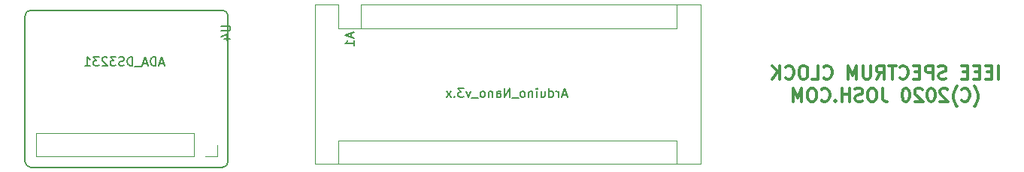
<source format=gbr>
G04 #@! TF.GenerationSoftware,KiCad,Pcbnew,(5.1.5)-3*
G04 #@! TF.CreationDate,2020-01-29T01:23:58-05:00*
G04 #@! TF.ProjectId,IEEE-Clock-Charlie,49454545-2d43-46c6-9f63-6b2d43686172,rev?*
G04 #@! TF.SameCoordinates,Original*
G04 #@! TF.FileFunction,Legend,Bot*
G04 #@! TF.FilePolarity,Positive*
%FSLAX46Y46*%
G04 Gerber Fmt 4.6, Leading zero omitted, Abs format (unit mm)*
G04 Created by KiCad (PCBNEW (5.1.5)-3) date 2020-01-29 01:23:58*
%MOMM*%
%LPD*%
G04 APERTURE LIST*
%ADD10C,0.300000*%
%ADD11C,0.150000*%
%ADD12C,0.120000*%
G04 APERTURE END LIST*
D10*
X216513571Y-101003571D02*
X216513571Y-99503571D01*
X215799285Y-100217857D02*
X215299285Y-100217857D01*
X215085000Y-101003571D02*
X215799285Y-101003571D01*
X215799285Y-99503571D01*
X215085000Y-99503571D01*
X214442142Y-100217857D02*
X213942142Y-100217857D01*
X213727857Y-101003571D02*
X214442142Y-101003571D01*
X214442142Y-99503571D01*
X213727857Y-99503571D01*
X213085000Y-100217857D02*
X212585000Y-100217857D01*
X212370714Y-101003571D02*
X213085000Y-101003571D01*
X213085000Y-99503571D01*
X212370714Y-99503571D01*
X210656428Y-100932142D02*
X210442142Y-101003571D01*
X210085000Y-101003571D01*
X209942142Y-100932142D01*
X209870714Y-100860714D01*
X209799285Y-100717857D01*
X209799285Y-100575000D01*
X209870714Y-100432142D01*
X209942142Y-100360714D01*
X210085000Y-100289285D01*
X210370714Y-100217857D01*
X210513571Y-100146428D01*
X210585000Y-100075000D01*
X210656428Y-99932142D01*
X210656428Y-99789285D01*
X210585000Y-99646428D01*
X210513571Y-99575000D01*
X210370714Y-99503571D01*
X210013571Y-99503571D01*
X209799285Y-99575000D01*
X209156428Y-101003571D02*
X209156428Y-99503571D01*
X208585000Y-99503571D01*
X208442142Y-99575000D01*
X208370714Y-99646428D01*
X208299285Y-99789285D01*
X208299285Y-100003571D01*
X208370714Y-100146428D01*
X208442142Y-100217857D01*
X208585000Y-100289285D01*
X209156428Y-100289285D01*
X207656428Y-100217857D02*
X207156428Y-100217857D01*
X206942142Y-101003571D02*
X207656428Y-101003571D01*
X207656428Y-99503571D01*
X206942142Y-99503571D01*
X205442142Y-100860714D02*
X205513571Y-100932142D01*
X205727857Y-101003571D01*
X205870714Y-101003571D01*
X206085000Y-100932142D01*
X206227857Y-100789285D01*
X206299285Y-100646428D01*
X206370714Y-100360714D01*
X206370714Y-100146428D01*
X206299285Y-99860714D01*
X206227857Y-99717857D01*
X206085000Y-99575000D01*
X205870714Y-99503571D01*
X205727857Y-99503571D01*
X205513571Y-99575000D01*
X205442142Y-99646428D01*
X205013571Y-99503571D02*
X204156428Y-99503571D01*
X204585000Y-101003571D02*
X204585000Y-99503571D01*
X202799285Y-101003571D02*
X203299285Y-100289285D01*
X203656428Y-101003571D02*
X203656428Y-99503571D01*
X203085000Y-99503571D01*
X202942142Y-99575000D01*
X202870714Y-99646428D01*
X202799285Y-99789285D01*
X202799285Y-100003571D01*
X202870714Y-100146428D01*
X202942142Y-100217857D01*
X203085000Y-100289285D01*
X203656428Y-100289285D01*
X202156428Y-99503571D02*
X202156428Y-100717857D01*
X202085000Y-100860714D01*
X202013571Y-100932142D01*
X201870714Y-101003571D01*
X201585000Y-101003571D01*
X201442142Y-100932142D01*
X201370714Y-100860714D01*
X201299285Y-100717857D01*
X201299285Y-99503571D01*
X200585000Y-101003571D02*
X200585000Y-99503571D01*
X200085000Y-100575000D01*
X199585000Y-99503571D01*
X199585000Y-101003571D01*
X196870714Y-100860714D02*
X196942142Y-100932142D01*
X197156428Y-101003571D01*
X197299285Y-101003571D01*
X197513571Y-100932142D01*
X197656428Y-100789285D01*
X197727857Y-100646428D01*
X197799285Y-100360714D01*
X197799285Y-100146428D01*
X197727857Y-99860714D01*
X197656428Y-99717857D01*
X197513571Y-99575000D01*
X197299285Y-99503571D01*
X197156428Y-99503571D01*
X196942142Y-99575000D01*
X196870714Y-99646428D01*
X195513571Y-101003571D02*
X196227857Y-101003571D01*
X196227857Y-99503571D01*
X194727857Y-99503571D02*
X194442142Y-99503571D01*
X194299285Y-99575000D01*
X194156428Y-99717857D01*
X194085000Y-100003571D01*
X194085000Y-100503571D01*
X194156428Y-100789285D01*
X194299285Y-100932142D01*
X194442142Y-101003571D01*
X194727857Y-101003571D01*
X194870714Y-100932142D01*
X195013571Y-100789285D01*
X195085000Y-100503571D01*
X195085000Y-100003571D01*
X195013571Y-99717857D01*
X194870714Y-99575000D01*
X194727857Y-99503571D01*
X192585000Y-100860714D02*
X192656428Y-100932142D01*
X192870714Y-101003571D01*
X193013571Y-101003571D01*
X193227857Y-100932142D01*
X193370714Y-100789285D01*
X193442142Y-100646428D01*
X193513571Y-100360714D01*
X193513571Y-100146428D01*
X193442142Y-99860714D01*
X193370714Y-99717857D01*
X193227857Y-99575000D01*
X193013571Y-99503571D01*
X192870714Y-99503571D01*
X192656428Y-99575000D01*
X192585000Y-99646428D01*
X191942142Y-101003571D02*
X191942142Y-99503571D01*
X191085000Y-101003571D02*
X191727857Y-100146428D01*
X191085000Y-99503571D02*
X191942142Y-100360714D01*
X213835000Y-104125000D02*
X213906428Y-104053571D01*
X214049285Y-103839285D01*
X214120714Y-103696428D01*
X214192142Y-103482142D01*
X214263571Y-103125000D01*
X214263571Y-102839285D01*
X214192142Y-102482142D01*
X214120714Y-102267857D01*
X214049285Y-102125000D01*
X213906428Y-101910714D01*
X213835000Y-101839285D01*
X212406428Y-103410714D02*
X212477857Y-103482142D01*
X212692142Y-103553571D01*
X212835000Y-103553571D01*
X213049285Y-103482142D01*
X213192142Y-103339285D01*
X213263571Y-103196428D01*
X213335000Y-102910714D01*
X213335000Y-102696428D01*
X213263571Y-102410714D01*
X213192142Y-102267857D01*
X213049285Y-102125000D01*
X212835000Y-102053571D01*
X212692142Y-102053571D01*
X212477857Y-102125000D01*
X212406428Y-102196428D01*
X211906428Y-104125000D02*
X211835000Y-104053571D01*
X211692142Y-103839285D01*
X211620714Y-103696428D01*
X211549285Y-103482142D01*
X211477857Y-103125000D01*
X211477857Y-102839285D01*
X211549285Y-102482142D01*
X211620714Y-102267857D01*
X211692142Y-102125000D01*
X211835000Y-101910714D01*
X211906428Y-101839285D01*
X210835000Y-102196428D02*
X210763571Y-102125000D01*
X210620714Y-102053571D01*
X210263571Y-102053571D01*
X210120714Y-102125000D01*
X210049285Y-102196428D01*
X209977857Y-102339285D01*
X209977857Y-102482142D01*
X210049285Y-102696428D01*
X210906428Y-103553571D01*
X209977857Y-103553571D01*
X209049285Y-102053571D02*
X208906428Y-102053571D01*
X208763571Y-102125000D01*
X208692142Y-102196428D01*
X208620714Y-102339285D01*
X208549285Y-102625000D01*
X208549285Y-102982142D01*
X208620714Y-103267857D01*
X208692142Y-103410714D01*
X208763571Y-103482142D01*
X208906428Y-103553571D01*
X209049285Y-103553571D01*
X209192142Y-103482142D01*
X209263571Y-103410714D01*
X209335000Y-103267857D01*
X209406428Y-102982142D01*
X209406428Y-102625000D01*
X209335000Y-102339285D01*
X209263571Y-102196428D01*
X209192142Y-102125000D01*
X209049285Y-102053571D01*
X207977857Y-102196428D02*
X207906428Y-102125000D01*
X207763571Y-102053571D01*
X207406428Y-102053571D01*
X207263571Y-102125000D01*
X207192142Y-102196428D01*
X207120714Y-102339285D01*
X207120714Y-102482142D01*
X207192142Y-102696428D01*
X208049285Y-103553571D01*
X207120714Y-103553571D01*
X206192142Y-102053571D02*
X206049285Y-102053571D01*
X205906428Y-102125000D01*
X205835000Y-102196428D01*
X205763571Y-102339285D01*
X205692142Y-102625000D01*
X205692142Y-102982142D01*
X205763571Y-103267857D01*
X205835000Y-103410714D01*
X205906428Y-103482142D01*
X206049285Y-103553571D01*
X206192142Y-103553571D01*
X206335000Y-103482142D01*
X206406428Y-103410714D01*
X206477857Y-103267857D01*
X206549285Y-102982142D01*
X206549285Y-102625000D01*
X206477857Y-102339285D01*
X206406428Y-102196428D01*
X206335000Y-102125000D01*
X206192142Y-102053571D01*
X203477857Y-102053571D02*
X203477857Y-103125000D01*
X203549285Y-103339285D01*
X203692142Y-103482142D01*
X203906428Y-103553571D01*
X204049285Y-103553571D01*
X202477857Y-102053571D02*
X202192142Y-102053571D01*
X202049285Y-102125000D01*
X201906428Y-102267857D01*
X201835000Y-102553571D01*
X201835000Y-103053571D01*
X201906428Y-103339285D01*
X202049285Y-103482142D01*
X202192142Y-103553571D01*
X202477857Y-103553571D01*
X202620714Y-103482142D01*
X202763571Y-103339285D01*
X202835000Y-103053571D01*
X202835000Y-102553571D01*
X202763571Y-102267857D01*
X202620714Y-102125000D01*
X202477857Y-102053571D01*
X201263571Y-103482142D02*
X201049285Y-103553571D01*
X200692142Y-103553571D01*
X200549285Y-103482142D01*
X200477857Y-103410714D01*
X200406428Y-103267857D01*
X200406428Y-103125000D01*
X200477857Y-102982142D01*
X200549285Y-102910714D01*
X200692142Y-102839285D01*
X200977857Y-102767857D01*
X201120714Y-102696428D01*
X201192142Y-102625000D01*
X201263571Y-102482142D01*
X201263571Y-102339285D01*
X201192142Y-102196428D01*
X201120714Y-102125000D01*
X200977857Y-102053571D01*
X200620714Y-102053571D01*
X200406428Y-102125000D01*
X199763571Y-103553571D02*
X199763571Y-102053571D01*
X199763571Y-102767857D02*
X198906428Y-102767857D01*
X198906428Y-103553571D02*
X198906428Y-102053571D01*
X198192142Y-103410714D02*
X198120714Y-103482142D01*
X198192142Y-103553571D01*
X198263571Y-103482142D01*
X198192142Y-103410714D01*
X198192142Y-103553571D01*
X196620714Y-103410714D02*
X196692142Y-103482142D01*
X196906428Y-103553571D01*
X197049285Y-103553571D01*
X197263571Y-103482142D01*
X197406428Y-103339285D01*
X197477857Y-103196428D01*
X197549285Y-102910714D01*
X197549285Y-102696428D01*
X197477857Y-102410714D01*
X197406428Y-102267857D01*
X197263571Y-102125000D01*
X197049285Y-102053571D01*
X196906428Y-102053571D01*
X196692142Y-102125000D01*
X196620714Y-102196428D01*
X195692142Y-102053571D02*
X195406428Y-102053571D01*
X195263571Y-102125000D01*
X195120714Y-102267857D01*
X195049285Y-102553571D01*
X195049285Y-103053571D01*
X195120714Y-103339285D01*
X195263571Y-103482142D01*
X195406428Y-103553571D01*
X195692142Y-103553571D01*
X195835000Y-103482142D01*
X195977857Y-103339285D01*
X196049285Y-103053571D01*
X196049285Y-102553571D01*
X195977857Y-102267857D01*
X195835000Y-102125000D01*
X195692142Y-102053571D01*
X194406428Y-103553571D02*
X194406428Y-102053571D01*
X193906428Y-103125000D01*
X193406428Y-102053571D01*
X193406428Y-103553571D01*
D11*
X106934000Y-110363000D02*
G75*
G03X107569000Y-110998000I635000J0D01*
G01*
X129159000Y-110998000D02*
G75*
G03X129794000Y-110363000I0J635000D01*
G01*
X107569000Y-93218000D02*
G75*
G03X106934000Y-93853000I0J-635000D01*
G01*
X129794000Y-93853000D02*
G75*
G03X129159000Y-93218000I-635000J0D01*
G01*
X107569000Y-93218000D02*
X129159000Y-93218000D01*
X106934000Y-110363000D02*
X106934000Y-93853000D01*
X129159000Y-110998000D02*
X107569000Y-110998000D01*
X129794000Y-93853000D02*
X129794000Y-110363000D01*
D12*
X128584000Y-109788000D02*
X128584000Y-108458000D01*
X127254000Y-109788000D02*
X128584000Y-109788000D01*
X125984000Y-109788000D02*
X125984000Y-107128000D01*
X125984000Y-107128000D02*
X108144000Y-107128000D01*
X125984000Y-109788000D02*
X108144000Y-109788000D01*
X108144000Y-109788000D02*
X108144000Y-107128000D01*
X139570000Y-110620000D02*
X139570000Y-92580000D01*
X183010000Y-110620000D02*
X139570000Y-110620000D01*
X183010000Y-92580000D02*
X183010000Y-110620000D01*
X180340000Y-95250000D02*
X180340000Y-92580000D01*
X144780000Y-95250000D02*
X180340000Y-95250000D01*
X144780000Y-95250000D02*
X144780000Y-92580000D01*
X180340000Y-107950000D02*
X180340000Y-110620000D01*
X142240000Y-107950000D02*
X180340000Y-107950000D01*
X142240000Y-107950000D02*
X142240000Y-110620000D01*
X139570000Y-92580000D02*
X142240000Y-92580000D01*
X144780000Y-92580000D02*
X183010000Y-92580000D01*
X142240000Y-95250000D02*
X142240000Y-92580000D01*
X144780000Y-95250000D02*
X142240000Y-95250000D01*
D11*
X129036380Y-94996095D02*
X129845904Y-94996095D01*
X129941142Y-95043714D01*
X129988761Y-95091333D01*
X130036380Y-95186571D01*
X130036380Y-95377047D01*
X129988761Y-95472285D01*
X129941142Y-95519904D01*
X129845904Y-95567523D01*
X129036380Y-95567523D01*
X129369714Y-96472285D02*
X130036380Y-96472285D01*
X128988761Y-96234190D02*
X129703047Y-95996095D01*
X129703047Y-96615142D01*
X122538571Y-99226666D02*
X122062380Y-99226666D01*
X122633809Y-99512380D02*
X122300476Y-98512380D01*
X121967142Y-99512380D01*
X121633809Y-99512380D02*
X121633809Y-98512380D01*
X121395714Y-98512380D01*
X121252857Y-98560000D01*
X121157619Y-98655238D01*
X121110000Y-98750476D01*
X121062380Y-98940952D01*
X121062380Y-99083809D01*
X121110000Y-99274285D01*
X121157619Y-99369523D01*
X121252857Y-99464761D01*
X121395714Y-99512380D01*
X121633809Y-99512380D01*
X120681428Y-99226666D02*
X120205238Y-99226666D01*
X120776666Y-99512380D02*
X120443333Y-98512380D01*
X120110000Y-99512380D01*
X120014761Y-99607619D02*
X119252857Y-99607619D01*
X119014761Y-99512380D02*
X119014761Y-98512380D01*
X118776666Y-98512380D01*
X118633809Y-98560000D01*
X118538571Y-98655238D01*
X118490952Y-98750476D01*
X118443333Y-98940952D01*
X118443333Y-99083809D01*
X118490952Y-99274285D01*
X118538571Y-99369523D01*
X118633809Y-99464761D01*
X118776666Y-99512380D01*
X119014761Y-99512380D01*
X118062380Y-99464761D02*
X117919523Y-99512380D01*
X117681428Y-99512380D01*
X117586190Y-99464761D01*
X117538571Y-99417142D01*
X117490952Y-99321904D01*
X117490952Y-99226666D01*
X117538571Y-99131428D01*
X117586190Y-99083809D01*
X117681428Y-99036190D01*
X117871904Y-98988571D01*
X117967142Y-98940952D01*
X118014761Y-98893333D01*
X118062380Y-98798095D01*
X118062380Y-98702857D01*
X118014761Y-98607619D01*
X117967142Y-98560000D01*
X117871904Y-98512380D01*
X117633809Y-98512380D01*
X117490952Y-98560000D01*
X117157619Y-98512380D02*
X116538571Y-98512380D01*
X116871904Y-98893333D01*
X116729047Y-98893333D01*
X116633809Y-98940952D01*
X116586190Y-98988571D01*
X116538571Y-99083809D01*
X116538571Y-99321904D01*
X116586190Y-99417142D01*
X116633809Y-99464761D01*
X116729047Y-99512380D01*
X117014761Y-99512380D01*
X117110000Y-99464761D01*
X117157619Y-99417142D01*
X116157619Y-98607619D02*
X116110000Y-98560000D01*
X116014761Y-98512380D01*
X115776666Y-98512380D01*
X115681428Y-98560000D01*
X115633809Y-98607619D01*
X115586190Y-98702857D01*
X115586190Y-98798095D01*
X115633809Y-98940952D01*
X116205238Y-99512380D01*
X115586190Y-99512380D01*
X115252857Y-98512380D02*
X114633809Y-98512380D01*
X114967142Y-98893333D01*
X114824285Y-98893333D01*
X114729047Y-98940952D01*
X114681428Y-98988571D01*
X114633809Y-99083809D01*
X114633809Y-99321904D01*
X114681428Y-99417142D01*
X114729047Y-99464761D01*
X114824285Y-99512380D01*
X115110000Y-99512380D01*
X115205238Y-99464761D01*
X115252857Y-99417142D01*
X113681428Y-99512380D02*
X114252857Y-99512380D01*
X113967142Y-99512380D02*
X113967142Y-98512380D01*
X114062380Y-98655238D01*
X114157619Y-98750476D01*
X114252857Y-98798095D01*
X143676666Y-95805714D02*
X143676666Y-96281904D01*
X143962380Y-95710476D02*
X142962380Y-96043809D01*
X143962380Y-96377142D01*
X143962380Y-97234285D02*
X143962380Y-96662857D01*
X143962380Y-96948571D02*
X142962380Y-96948571D01*
X143105238Y-96853333D01*
X143200476Y-96758095D01*
X143248095Y-96662857D01*
X167901095Y-102782666D02*
X167424904Y-102782666D01*
X167996333Y-103068380D02*
X167663000Y-102068380D01*
X167329666Y-103068380D01*
X166996333Y-103068380D02*
X166996333Y-102401714D01*
X166996333Y-102592190D02*
X166948714Y-102496952D01*
X166901095Y-102449333D01*
X166805857Y-102401714D01*
X166710619Y-102401714D01*
X165948714Y-103068380D02*
X165948714Y-102068380D01*
X165948714Y-103020761D02*
X166043952Y-103068380D01*
X166234428Y-103068380D01*
X166329666Y-103020761D01*
X166377285Y-102973142D01*
X166424904Y-102877904D01*
X166424904Y-102592190D01*
X166377285Y-102496952D01*
X166329666Y-102449333D01*
X166234428Y-102401714D01*
X166043952Y-102401714D01*
X165948714Y-102449333D01*
X165043952Y-102401714D02*
X165043952Y-103068380D01*
X165472523Y-102401714D02*
X165472523Y-102925523D01*
X165424904Y-103020761D01*
X165329666Y-103068380D01*
X165186809Y-103068380D01*
X165091571Y-103020761D01*
X165043952Y-102973142D01*
X164567761Y-103068380D02*
X164567761Y-102401714D01*
X164567761Y-102068380D02*
X164615380Y-102116000D01*
X164567761Y-102163619D01*
X164520142Y-102116000D01*
X164567761Y-102068380D01*
X164567761Y-102163619D01*
X164091571Y-102401714D02*
X164091571Y-103068380D01*
X164091571Y-102496952D02*
X164043952Y-102449333D01*
X163948714Y-102401714D01*
X163805857Y-102401714D01*
X163710619Y-102449333D01*
X163663000Y-102544571D01*
X163663000Y-103068380D01*
X163043952Y-103068380D02*
X163139190Y-103020761D01*
X163186809Y-102973142D01*
X163234428Y-102877904D01*
X163234428Y-102592190D01*
X163186809Y-102496952D01*
X163139190Y-102449333D01*
X163043952Y-102401714D01*
X162901095Y-102401714D01*
X162805857Y-102449333D01*
X162758238Y-102496952D01*
X162710619Y-102592190D01*
X162710619Y-102877904D01*
X162758238Y-102973142D01*
X162805857Y-103020761D01*
X162901095Y-103068380D01*
X163043952Y-103068380D01*
X162520142Y-103163619D02*
X161758238Y-103163619D01*
X161520142Y-103068380D02*
X161520142Y-102068380D01*
X160948714Y-103068380D01*
X160948714Y-102068380D01*
X160043952Y-103068380D02*
X160043952Y-102544571D01*
X160091571Y-102449333D01*
X160186809Y-102401714D01*
X160377285Y-102401714D01*
X160472523Y-102449333D01*
X160043952Y-103020761D02*
X160139190Y-103068380D01*
X160377285Y-103068380D01*
X160472523Y-103020761D01*
X160520142Y-102925523D01*
X160520142Y-102830285D01*
X160472523Y-102735047D01*
X160377285Y-102687428D01*
X160139190Y-102687428D01*
X160043952Y-102639809D01*
X159567761Y-102401714D02*
X159567761Y-103068380D01*
X159567761Y-102496952D02*
X159520142Y-102449333D01*
X159424904Y-102401714D01*
X159282047Y-102401714D01*
X159186809Y-102449333D01*
X159139190Y-102544571D01*
X159139190Y-103068380D01*
X158520142Y-103068380D02*
X158615380Y-103020761D01*
X158663000Y-102973142D01*
X158710619Y-102877904D01*
X158710619Y-102592190D01*
X158663000Y-102496952D01*
X158615380Y-102449333D01*
X158520142Y-102401714D01*
X158377285Y-102401714D01*
X158282047Y-102449333D01*
X158234428Y-102496952D01*
X158186809Y-102592190D01*
X158186809Y-102877904D01*
X158234428Y-102973142D01*
X158282047Y-103020761D01*
X158377285Y-103068380D01*
X158520142Y-103068380D01*
X157996333Y-103163619D02*
X157234428Y-103163619D01*
X157091571Y-102401714D02*
X156853476Y-103068380D01*
X156615380Y-102401714D01*
X156329666Y-102068380D02*
X155710619Y-102068380D01*
X156043952Y-102449333D01*
X155901095Y-102449333D01*
X155805857Y-102496952D01*
X155758238Y-102544571D01*
X155710619Y-102639809D01*
X155710619Y-102877904D01*
X155758238Y-102973142D01*
X155805857Y-103020761D01*
X155901095Y-103068380D01*
X156186809Y-103068380D01*
X156282047Y-103020761D01*
X156329666Y-102973142D01*
X155282047Y-102973142D02*
X155234428Y-103020761D01*
X155282047Y-103068380D01*
X155329666Y-103020761D01*
X155282047Y-102973142D01*
X155282047Y-103068380D01*
X154901095Y-103068380D02*
X154377285Y-102401714D01*
X154901095Y-102401714D02*
X154377285Y-103068380D01*
M02*

</source>
